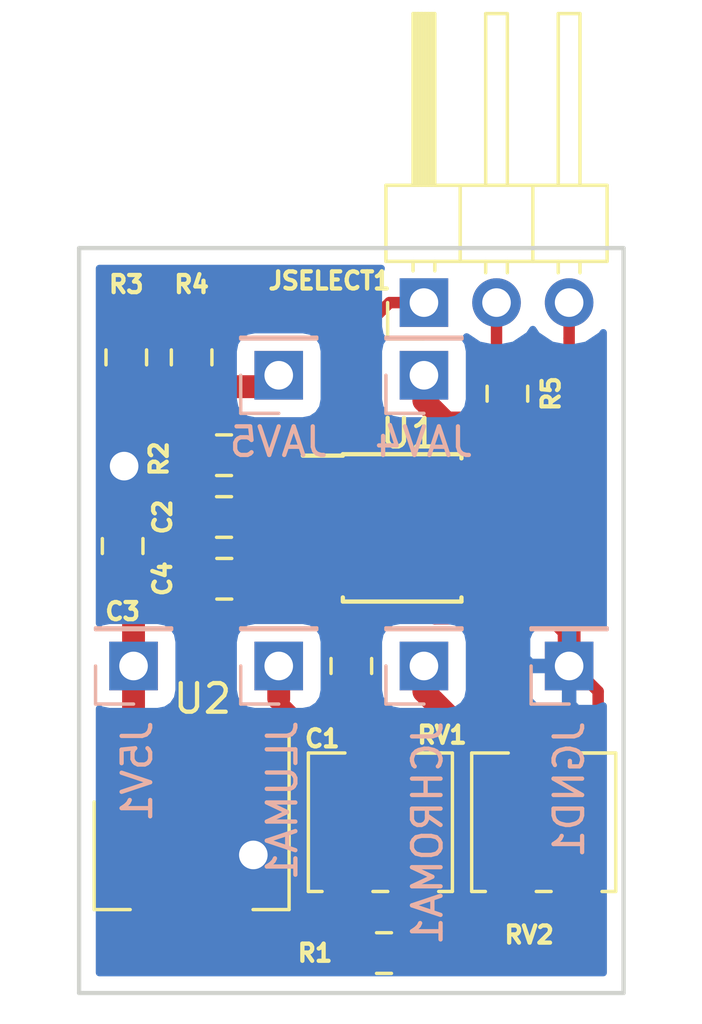
<source format=kicad_pcb>
(kicad_pcb (version 20171130) (host pcbnew "(5.0.0)")

  (general
    (thickness 1.6)
    (drawings 4)
    (tracks 105)
    (zones 0)
    (modules 20)
    (nets 18)
  )

  (page A4)
  (layers
    (0 F.Cu signal)
    (31 B.Cu signal)
    (32 B.Adhes user)
    (33 F.Adhes user)
    (34 B.Paste user)
    (35 F.Paste user)
    (36 B.SilkS user)
    (37 F.SilkS user)
    (38 B.Mask user)
    (39 F.Mask user)
    (40 Dwgs.User user)
    (41 Cmts.User user)
    (42 Eco1.User user)
    (43 Eco2.User user)
    (44 Edge.Cuts user)
    (45 Margin user)
    (46 B.CrtYd user)
    (47 F.CrtYd user)
    (48 B.Fab user)
    (49 F.Fab user)
  )

  (setup
    (last_trace_width 0.4)
    (trace_clearance 0.6)
    (zone_clearance 0.508)
    (zone_45_only no)
    (trace_min 0.4)
    (segment_width 0.2)
    (edge_width 0.15)
    (via_size 1.8)
    (via_drill 1)
    (via_min_size 0.4)
    (via_min_drill 0.3)
    (uvia_size 0.3)
    (uvia_drill 0.1)
    (uvias_allowed no)
    (uvia_min_size 0.2)
    (uvia_min_drill 0.1)
    (pcb_text_width 0.3)
    (pcb_text_size 1.5 1.5)
    (mod_edge_width 0.15)
    (mod_text_size 1 1)
    (mod_text_width 0.15)
    (pad_size 1.7 1.7)
    (pad_drill 1)
    (pad_to_mask_clearance 0.2)
    (aux_axis_origin 0 0)
    (visible_elements 7FFFFFFF)
    (pcbplotparams
      (layerselection 0x010fc_ffffffff)
      (usegerberextensions false)
      (usegerberattributes false)
      (usegerberadvancedattributes false)
      (creategerberjobfile false)
      (excludeedgelayer true)
      (linewidth 0.100000)
      (plotframeref false)
      (viasonmask false)
      (mode 1)
      (useauxorigin false)
      (hpglpennumber 1)
      (hpglpenspeed 20)
      (hpglpendiameter 15.000000)
      (psnegative false)
      (psa4output false)
      (plotreference true)
      (plotvalue true)
      (plotinvisibletext false)
      (padsonsilk false)
      (subtractmaskfromsilk false)
      (outputformat 1)
      (mirror false)
      (drillshape 1)
      (scaleselection 1)
      (outputdirectory ""))
  )

  (net 0 "")
  (net 1 "Net-(C1-Pad1)")
  (net 2 "Net-(C1-Pad2)")
  (net 3 "Net-(C2-Pad2)")
  (net 4 "Net-(C2-Pad1)")
  (net 5 +5V)
  (net 6 GND)
  (net 7 +3V3)
  (net 8 "Net-(JAV4-Pad1)")
  (net 9 "Net-(JAV5-Pad1)")
  (net 10 "Net-(JCHROMA1-Pad1)")
  (net 11 "Net-(JLUMA1-Pad1)")
  (net 12 "Net-(R1-Pad2)")
  (net 13 /LUMA)
  (net 14 /CHROMA)
  (net 15 /COMPOSITE)
  (net 16 "Net-(RV2-Pad2)")
  (net 17 "Net-(JSELECT1-Pad2)")

  (net_class Default "Dies ist die voreingestellte Netzklasse."
    (clearance 0.6)
    (trace_width 0.4)
    (via_dia 1.8)
    (via_drill 1)
    (uvia_dia 0.3)
    (uvia_drill 0.1)
    (diff_pair_gap 0.5)
    (diff_pair_width 0.4)
    (add_net +3V3)
    (add_net +5V)
    (add_net /CHROMA)
    (add_net /COMPOSITE)
    (add_net /LUMA)
    (add_net GND)
    (add_net "Net-(C1-Pad1)")
    (add_net "Net-(C1-Pad2)")
    (add_net "Net-(C2-Pad1)")
    (add_net "Net-(C2-Pad2)")
    (add_net "Net-(JAV4-Pad1)")
    (add_net "Net-(JAV5-Pad1)")
    (add_net "Net-(JCHROMA1-Pad1)")
    (add_net "Net-(JLUMA1-Pad1)")
    (add_net "Net-(JSELECT1-Pad2)")
    (add_net "Net-(R1-Pad2)")
    (add_net "Net-(RV2-Pad2)")
  )

  (module Package_SO:SOIC-8_3.9x4.9mm_P1.27mm (layer F.Cu) (tedit 5A02F2D3) (tstamp 61FDE10B)
    (at 151.638 117.094)
    (descr "8-Lead Plastic Small Outline (SN) - Narrow, 3.90 mm Body [SOIC] (see Microchip Packaging Specification 00000049BS.pdf)")
    (tags "SOIC 1.27")
    (path /61F120EC)
    (attr smd)
    (fp_text reference U1 (at 0.254 -3.302) (layer F.SilkS)
      (effects (font (size 1 1) (thickness 0.15)))
    )
    (fp_text value THS7316 (at 0 3.5) (layer F.Fab)
      (effects (font (size 1 1) (thickness 0.15)))
    )
    (fp_text user %R (at 0 0) (layer F.Fab)
      (effects (font (size 1 1) (thickness 0.15)))
    )
    (fp_line (start -0.95 -2.45) (end 1.95 -2.45) (layer F.Fab) (width 0.1))
    (fp_line (start 1.95 -2.45) (end 1.95 2.45) (layer F.Fab) (width 0.1))
    (fp_line (start 1.95 2.45) (end -1.95 2.45) (layer F.Fab) (width 0.1))
    (fp_line (start -1.95 2.45) (end -1.95 -1.45) (layer F.Fab) (width 0.1))
    (fp_line (start -1.95 -1.45) (end -0.95 -2.45) (layer F.Fab) (width 0.1))
    (fp_line (start -3.73 -2.7) (end -3.73 2.7) (layer F.CrtYd) (width 0.05))
    (fp_line (start 3.73 -2.7) (end 3.73 2.7) (layer F.CrtYd) (width 0.05))
    (fp_line (start -3.73 -2.7) (end 3.73 -2.7) (layer F.CrtYd) (width 0.05))
    (fp_line (start -3.73 2.7) (end 3.73 2.7) (layer F.CrtYd) (width 0.05))
    (fp_line (start -2.075 -2.575) (end -2.075 -2.525) (layer F.SilkS) (width 0.15))
    (fp_line (start 2.075 -2.575) (end 2.075 -2.43) (layer F.SilkS) (width 0.15))
    (fp_line (start 2.075 2.575) (end 2.075 2.43) (layer F.SilkS) (width 0.15))
    (fp_line (start -2.075 2.575) (end -2.075 2.43) (layer F.SilkS) (width 0.15))
    (fp_line (start -2.075 -2.575) (end 2.075 -2.575) (layer F.SilkS) (width 0.15))
    (fp_line (start -2.075 2.575) (end 2.075 2.575) (layer F.SilkS) (width 0.15))
    (fp_line (start -2.075 -2.525) (end -3.475 -2.525) (layer F.SilkS) (width 0.15))
    (pad 1 smd rect (at -2.7 -1.905) (size 1.55 0.6) (layers F.Cu F.Paste F.Mask)
      (net 16 "Net-(RV2-Pad2)"))
    (pad 2 smd rect (at -2.7 -0.635) (size 1.55 0.6) (layers F.Cu F.Paste F.Mask)
      (net 3 "Net-(C2-Pad2)"))
    (pad 3 smd rect (at -2.7 0.635) (size 1.55 0.6) (layers F.Cu F.Paste F.Mask)
      (net 1 "Net-(C1-Pad1)"))
    (pad 4 smd rect (at -2.7 1.905) (size 1.55 0.6) (layers F.Cu F.Paste F.Mask)
      (net 7 +3V3))
    (pad 5 smd rect (at 2.7 1.905) (size 1.55 0.6) (layers F.Cu F.Paste F.Mask)
      (net 6 GND))
    (pad 6 smd rect (at 2.7 0.635) (size 1.55 0.6) (layers F.Cu F.Paste F.Mask)
      (net 13 /LUMA))
    (pad 7 smd rect (at 2.7 -0.635) (size 1.55 0.6) (layers F.Cu F.Paste F.Mask)
      (net 15 /COMPOSITE))
    (pad 8 smd rect (at 2.7 -1.905) (size 1.55 0.6) (layers F.Cu F.Paste F.Mask)
      (net 14 /CHROMA))
    (model ${KISYS3DMOD}/Package_SO.3dshapes/SOIC-8_3.9x4.9mm_P1.27mm.wrl
      (at (xyz 0 0 0))
      (scale (xyz 1 1 1))
      (rotate (xyz 0 0 0))
    )
  )

  (module Capacitor_SMD:C_0805_2012Metric_Pad1.15x1.40mm_HandSolder (layer F.Cu) (tedit 61F5979D) (tstamp 61FD8886)
    (at 149.86 121.92 270)
    (descr "Capacitor SMD 0805 (2012 Metric), square (rectangular) end terminal, IPC_7351 nominal with elongated pad for handsoldering. (Body size source: https://docs.google.com/spreadsheets/d/1BsfQQcO9C6DZCsRaXUlFlo91Tg2WpOkGARC1WS5S8t0/edit?usp=sharing), generated with kicad-footprint-generator")
    (tags "capacitor handsolder")
    (path /61F16322)
    (attr smd)
    (fp_text reference C1 (at 2.54 1.016) (layer F.SilkS)
      (effects (font (size 0.6 0.6) (thickness 0.15)))
    )
    (fp_text value 100nF (at 0 1.65 270) (layer F.Fab)
      (effects (font (size 1 1) (thickness 0.15)))
    )
    (fp_line (start -1 0.6) (end -1 -0.6) (layer F.Fab) (width 0.1))
    (fp_line (start -1 -0.6) (end 1 -0.6) (layer F.Fab) (width 0.1))
    (fp_line (start 1 -0.6) (end 1 0.6) (layer F.Fab) (width 0.1))
    (fp_line (start 1 0.6) (end -1 0.6) (layer F.Fab) (width 0.1))
    (fp_line (start -0.261252 -0.71) (end 0.261252 -0.71) (layer F.SilkS) (width 0.12))
    (fp_line (start -0.261252 0.71) (end 0.261252 0.71) (layer F.SilkS) (width 0.12))
    (fp_line (start -1.85 0.95) (end -1.85 -0.95) (layer F.CrtYd) (width 0.05))
    (fp_line (start -1.85 -0.95) (end 1.85 -0.95) (layer F.CrtYd) (width 0.05))
    (fp_line (start 1.85 -0.95) (end 1.85 0.95) (layer F.CrtYd) (width 0.05))
    (fp_line (start 1.85 0.95) (end -1.85 0.95) (layer F.CrtYd) (width 0.05))
    (fp_text user %R (at 0 0 270) (layer F.Fab)
      (effects (font (size 0.5 0.5) (thickness 0.08)))
    )
    (pad 1 smd roundrect (at -1.025 0 270) (size 1.15 1.4) (layers F.Cu F.Paste F.Mask) (roundrect_rratio 0.217391)
      (net 1 "Net-(C1-Pad1)"))
    (pad 2 smd roundrect (at 1.025 0 270) (size 1.15 1.4) (layers F.Cu F.Paste F.Mask) (roundrect_rratio 0.217391)
      (net 2 "Net-(C1-Pad2)"))
    (model ${KISYS3DMOD}/Capacitor_SMD.3dshapes/C_0805_2012Metric.wrl
      (at (xyz 0 0 0))
      (scale (xyz 1 1 1))
      (rotate (xyz 0 0 0))
    )
  )

  (module Capacitor_SMD:C_0805_2012Metric_Pad1.15x1.40mm_HandSolder (layer F.Cu) (tedit 61F1A324) (tstamp 61FD87F6)
    (at 145.406 116.713)
    (descr "Capacitor SMD 0805 (2012 Metric), square (rectangular) end terminal, IPC_7351 nominal with elongated pad for handsoldering. (Body size source: https://docs.google.com/spreadsheets/d/1BsfQQcO9C6DZCsRaXUlFlo91Tg2WpOkGARC1WS5S8t0/edit?usp=sharing), generated with kicad-footprint-generator")
    (tags "capacitor handsolder")
    (path /61F1B1EA)
    (attr smd)
    (fp_text reference C2 (at -2.15 0 90) (layer F.SilkS)
      (effects (font (size 0.6 0.6) (thickness 0.15)))
    )
    (fp_text value 100nF (at 0 1.65) (layer F.Fab)
      (effects (font (size 1 1) (thickness 0.15)))
    )
    (fp_text user %R (at 0 0) (layer F.Fab)
      (effects (font (size 0.5 0.5) (thickness 0.08)))
    )
    (fp_line (start 1.85 0.95) (end -1.85 0.95) (layer F.CrtYd) (width 0.05))
    (fp_line (start 1.85 -0.95) (end 1.85 0.95) (layer F.CrtYd) (width 0.05))
    (fp_line (start -1.85 -0.95) (end 1.85 -0.95) (layer F.CrtYd) (width 0.05))
    (fp_line (start -1.85 0.95) (end -1.85 -0.95) (layer F.CrtYd) (width 0.05))
    (fp_line (start -0.261252 0.71) (end 0.261252 0.71) (layer F.SilkS) (width 0.12))
    (fp_line (start -0.261252 -0.71) (end 0.261252 -0.71) (layer F.SilkS) (width 0.12))
    (fp_line (start 1 0.6) (end -1 0.6) (layer F.Fab) (width 0.1))
    (fp_line (start 1 -0.6) (end 1 0.6) (layer F.Fab) (width 0.1))
    (fp_line (start -1 -0.6) (end 1 -0.6) (layer F.Fab) (width 0.1))
    (fp_line (start -1 0.6) (end -1 -0.6) (layer F.Fab) (width 0.1))
    (pad 2 smd roundrect (at 1.025 0) (size 1.15 1.4) (layers F.Cu F.Paste F.Mask) (roundrect_rratio 0.217391)
      (net 3 "Net-(C2-Pad2)"))
    (pad 1 smd roundrect (at -1.025 0) (size 1.15 1.4) (layers F.Cu F.Paste F.Mask) (roundrect_rratio 0.217391)
      (net 4 "Net-(C2-Pad1)"))
    (model ${KISYS3DMOD}/Capacitor_SMD.3dshapes/C_0805_2012Metric.wrl
      (at (xyz 0 0 0))
      (scale (xyz 1 1 1))
      (rotate (xyz 0 0 0))
    )
  )

  (module Capacitor_SMD:C_0805_2012Metric_Pad1.15x1.40mm_HandSolder (layer F.Cu) (tedit 61F59710) (tstamp 61FD87C6)
    (at 141.859 117.729 90)
    (descr "Capacitor SMD 0805 (2012 Metric), square (rectangular) end terminal, IPC_7351 nominal with elongated pad for handsoldering. (Body size source: https://docs.google.com/spreadsheets/d/1BsfQQcO9C6DZCsRaXUlFlo91Tg2WpOkGARC1WS5S8t0/edit?usp=sharing), generated with kicad-footprint-generator")
    (tags "capacitor handsolder")
    (path /61F20336)
    (attr smd)
    (fp_text reference C3 (at -2.286 0 180) (layer F.SilkS)
      (effects (font (size 0.6 0.6) (thickness 0.15)))
    )
    (fp_text value 1uF (at 0 1.65 90) (layer F.Fab)
      (effects (font (size 1 1) (thickness 0.15)))
    )
    (fp_line (start -1 0.6) (end -1 -0.6) (layer F.Fab) (width 0.1))
    (fp_line (start -1 -0.6) (end 1 -0.6) (layer F.Fab) (width 0.1))
    (fp_line (start 1 -0.6) (end 1 0.6) (layer F.Fab) (width 0.1))
    (fp_line (start 1 0.6) (end -1 0.6) (layer F.Fab) (width 0.1))
    (fp_line (start -0.261252 -0.71) (end 0.261252 -0.71) (layer F.SilkS) (width 0.12))
    (fp_line (start -0.261252 0.71) (end 0.261252 0.71) (layer F.SilkS) (width 0.12))
    (fp_line (start -1.85 0.95) (end -1.85 -0.95) (layer F.CrtYd) (width 0.05))
    (fp_line (start -1.85 -0.95) (end 1.85 -0.95) (layer F.CrtYd) (width 0.05))
    (fp_line (start 1.85 -0.95) (end 1.85 0.95) (layer F.CrtYd) (width 0.05))
    (fp_line (start 1.85 0.95) (end -1.85 0.95) (layer F.CrtYd) (width 0.05))
    (fp_text user %R (at 0 0 90) (layer F.Fab)
      (effects (font (size 0.5 0.5) (thickness 0.08)))
    )
    (pad 1 smd roundrect (at -1.025 0 90) (size 1.15 1.4) (layers F.Cu F.Paste F.Mask) (roundrect_rratio 0.217391)
      (net 5 +5V))
    (pad 2 smd roundrect (at 1.025 0 90) (size 1.15 1.4) (layers F.Cu F.Paste F.Mask) (roundrect_rratio 0.217391)
      (net 6 GND))
    (model ${KISYS3DMOD}/Capacitor_SMD.3dshapes/C_0805_2012Metric.wrl
      (at (xyz 0 0 0))
      (scale (xyz 1 1 1))
      (rotate (xyz 0 0 0))
    )
  )

  (module Capacitor_SMD:C_0805_2012Metric_Pad1.15x1.40mm_HandSolder (layer F.Cu) (tedit 61F1A32E) (tstamp 61FD8856)
    (at 145.415 118.872 180)
    (descr "Capacitor SMD 0805 (2012 Metric), square (rectangular) end terminal, IPC_7351 nominal with elongated pad for handsoldering. (Body size source: https://docs.google.com/spreadsheets/d/1BsfQQcO9C6DZCsRaXUlFlo91Tg2WpOkGARC1WS5S8t0/edit?usp=sharing), generated with kicad-footprint-generator")
    (tags "capacitor handsolder")
    (path /61F20F7B)
    (attr smd)
    (fp_text reference C4 (at 2.159 0 270) (layer F.SilkS)
      (effects (font (size 0.6 0.6) (thickness 0.15)))
    )
    (fp_text value 1uF (at 0 1.65 180) (layer F.Fab)
      (effects (font (size 1 1) (thickness 0.15)))
    )
    (fp_text user %R (at 0 0 180) (layer F.Fab)
      (effects (font (size 0.5 0.5) (thickness 0.08)))
    )
    (fp_line (start 1.85 0.95) (end -1.85 0.95) (layer F.CrtYd) (width 0.05))
    (fp_line (start 1.85 -0.95) (end 1.85 0.95) (layer F.CrtYd) (width 0.05))
    (fp_line (start -1.85 -0.95) (end 1.85 -0.95) (layer F.CrtYd) (width 0.05))
    (fp_line (start -1.85 0.95) (end -1.85 -0.95) (layer F.CrtYd) (width 0.05))
    (fp_line (start -0.261252 0.71) (end 0.261252 0.71) (layer F.SilkS) (width 0.12))
    (fp_line (start -0.261252 -0.71) (end 0.261252 -0.71) (layer F.SilkS) (width 0.12))
    (fp_line (start 1 0.6) (end -1 0.6) (layer F.Fab) (width 0.1))
    (fp_line (start 1 -0.6) (end 1 0.6) (layer F.Fab) (width 0.1))
    (fp_line (start -1 -0.6) (end 1 -0.6) (layer F.Fab) (width 0.1))
    (fp_line (start -1 0.6) (end -1 -0.6) (layer F.Fab) (width 0.1))
    (pad 2 smd roundrect (at 1.025 0 180) (size 1.15 1.4) (layers F.Cu F.Paste F.Mask) (roundrect_rratio 0.217391)
      (net 6 GND))
    (pad 1 smd roundrect (at -1.025 0 180) (size 1.15 1.4) (layers F.Cu F.Paste F.Mask) (roundrect_rratio 0.217391)
      (net 7 +3V3))
    (model ${KISYS3DMOD}/Capacitor_SMD.3dshapes/C_0805_2012Metric.wrl
      (at (xyz 0 0 0))
      (scale (xyz 1 1 1))
      (rotate (xyz 0 0 0))
    )
  )

  (module Connector_PinHeader_2.54mm:PinHeader_1x01_P2.54mm_Vertical (layer B.Cu) (tedit 59FED5CC) (tstamp 61FD7FEA)
    (at 142.24 121.92)
    (descr "Through hole straight pin header, 1x01, 2.54mm pitch, single row")
    (tags "Through hole pin header THT 1x01 2.54mm single row")
    (path /61F12290)
    (fp_text reference J5V1 (at 0.127 3.683 90) (layer B.SilkS)
      (effects (font (size 1 1) (thickness 0.15)) (justify mirror))
    )
    (fp_text value Conn_01x01 (at 0 -2.33) (layer B.Fab)
      (effects (font (size 1 1) (thickness 0.15)) (justify mirror))
    )
    (fp_text user %R (at 0.127 3.556 -90) (layer B.Fab)
      (effects (font (size 1 1) (thickness 0.15)) (justify mirror))
    )
    (fp_line (start 1.8 1.8) (end -1.8 1.8) (layer B.CrtYd) (width 0.05))
    (fp_line (start 1.8 -1.8) (end 1.8 1.8) (layer B.CrtYd) (width 0.05))
    (fp_line (start -1.8 -1.8) (end 1.8 -1.8) (layer B.CrtYd) (width 0.05))
    (fp_line (start -1.8 1.8) (end -1.8 -1.8) (layer B.CrtYd) (width 0.05))
    (fp_line (start -1.33 1.33) (end 0 1.33) (layer B.SilkS) (width 0.12))
    (fp_line (start -1.33 0) (end -1.33 1.33) (layer B.SilkS) (width 0.12))
    (fp_line (start -1.33 -1.27) (end 1.33 -1.27) (layer B.SilkS) (width 0.12))
    (fp_line (start 1.33 -1.27) (end 1.33 -1.33) (layer B.SilkS) (width 0.12))
    (fp_line (start -1.33 -1.27) (end -1.33 -1.33) (layer B.SilkS) (width 0.12))
    (fp_line (start -1.33 -1.33) (end 1.33 -1.33) (layer B.SilkS) (width 0.12))
    (fp_line (start -1.27 0.635) (end -0.635 1.27) (layer B.Fab) (width 0.1))
    (fp_line (start -1.27 -1.27) (end -1.27 0.635) (layer B.Fab) (width 0.1))
    (fp_line (start 1.27 -1.27) (end -1.27 -1.27) (layer B.Fab) (width 0.1))
    (fp_line (start 1.27 1.27) (end 1.27 -1.27) (layer B.Fab) (width 0.1))
    (fp_line (start -0.635 1.27) (end 1.27 1.27) (layer B.Fab) (width 0.1))
    (pad 1 thru_hole rect (at 0 0) (size 1.7 1.7) (drill 1) (layers *.Cu *.Mask)
      (net 5 +5V))
    (model ${KISYS3DMOD}/Connector_PinHeader_2.54mm.3dshapes/PinHeader_1x01_P2.54mm_Vertical.wrl
      (at (xyz 0 0 0))
      (scale (xyz 1 1 1))
      (rotate (xyz 0 0 0))
    )
  )

  (module Connector_PinHeader_2.54mm:PinHeader_1x01_P2.54mm_Vertical (layer B.Cu) (tedit 59FED5CC) (tstamp 61FDD6D9)
    (at 152.4 111.76)
    (descr "Through hole straight pin header, 1x01, 2.54mm pitch, single row")
    (tags "Through hole pin header THT 1x01 2.54mm single row")
    (path /61F127BE)
    (fp_text reference JAV4 (at 0 2.33) (layer B.SilkS)
      (effects (font (size 1 1) (thickness 0.15)) (justify mirror))
    )
    (fp_text value Conn_01x01 (at 0 -2.33) (layer B.Fab)
      (effects (font (size 1 1) (thickness 0.15)) (justify mirror))
    )
    (fp_text user %R (at 0 0 -90) (layer B.Fab)
      (effects (font (size 1 1) (thickness 0.15)) (justify mirror))
    )
    (fp_line (start 1.8 1.8) (end -1.8 1.8) (layer B.CrtYd) (width 0.05))
    (fp_line (start 1.8 -1.8) (end 1.8 1.8) (layer B.CrtYd) (width 0.05))
    (fp_line (start -1.8 -1.8) (end 1.8 -1.8) (layer B.CrtYd) (width 0.05))
    (fp_line (start -1.8 1.8) (end -1.8 -1.8) (layer B.CrtYd) (width 0.05))
    (fp_line (start -1.33 1.33) (end 0 1.33) (layer B.SilkS) (width 0.12))
    (fp_line (start -1.33 0) (end -1.33 1.33) (layer B.SilkS) (width 0.12))
    (fp_line (start -1.33 -1.27) (end 1.33 -1.27) (layer B.SilkS) (width 0.12))
    (fp_line (start 1.33 -1.27) (end 1.33 -1.33) (layer B.SilkS) (width 0.12))
    (fp_line (start -1.33 -1.27) (end -1.33 -1.33) (layer B.SilkS) (width 0.12))
    (fp_line (start -1.33 -1.33) (end 1.33 -1.33) (layer B.SilkS) (width 0.12))
    (fp_line (start -1.27 0.635) (end -0.635 1.27) (layer B.Fab) (width 0.1))
    (fp_line (start -1.27 -1.27) (end -1.27 0.635) (layer B.Fab) (width 0.1))
    (fp_line (start 1.27 -1.27) (end -1.27 -1.27) (layer B.Fab) (width 0.1))
    (fp_line (start 1.27 1.27) (end 1.27 -1.27) (layer B.Fab) (width 0.1))
    (fp_line (start -0.635 1.27) (end 1.27 1.27) (layer B.Fab) (width 0.1))
    (pad 1 thru_hole rect (at 0 0) (size 1.7 1.7) (drill 1) (layers *.Cu *.Mask)
      (net 8 "Net-(JAV4-Pad1)"))
    (model ${KISYS3DMOD}/Connector_PinHeader_2.54mm.3dshapes/PinHeader_1x01_P2.54mm_Vertical.wrl
      (at (xyz 0 0 0))
      (scale (xyz 1 1 1))
      (rotate (xyz 0 0 0))
    )
  )

  (module Connector_PinHeader_2.54mm:PinHeader_1x01_P2.54mm_Vertical (layer B.Cu) (tedit 59FED5CC) (tstamp 61FD7BE2)
    (at 147.32 111.76)
    (descr "Through hole straight pin header, 1x01, 2.54mm pitch, single row")
    (tags "Through hole pin header THT 1x01 2.54mm single row")
    (path /61F12789)
    (fp_text reference JAV5 (at 0 2.33) (layer B.SilkS)
      (effects (font (size 1 1) (thickness 0.15)) (justify mirror))
    )
    (fp_text value Conn_01x01 (at 0 -2.33) (layer B.Fab)
      (effects (font (size 1 1) (thickness 0.15)) (justify mirror))
    )
    (fp_line (start -0.635 1.27) (end 1.27 1.27) (layer B.Fab) (width 0.1))
    (fp_line (start 1.27 1.27) (end 1.27 -1.27) (layer B.Fab) (width 0.1))
    (fp_line (start 1.27 -1.27) (end -1.27 -1.27) (layer B.Fab) (width 0.1))
    (fp_line (start -1.27 -1.27) (end -1.27 0.635) (layer B.Fab) (width 0.1))
    (fp_line (start -1.27 0.635) (end -0.635 1.27) (layer B.Fab) (width 0.1))
    (fp_line (start -1.33 -1.33) (end 1.33 -1.33) (layer B.SilkS) (width 0.12))
    (fp_line (start -1.33 -1.27) (end -1.33 -1.33) (layer B.SilkS) (width 0.12))
    (fp_line (start 1.33 -1.27) (end 1.33 -1.33) (layer B.SilkS) (width 0.12))
    (fp_line (start -1.33 -1.27) (end 1.33 -1.27) (layer B.SilkS) (width 0.12))
    (fp_line (start -1.33 0) (end -1.33 1.33) (layer B.SilkS) (width 0.12))
    (fp_line (start -1.33 1.33) (end 0 1.33) (layer B.SilkS) (width 0.12))
    (fp_line (start -1.8 1.8) (end -1.8 -1.8) (layer B.CrtYd) (width 0.05))
    (fp_line (start -1.8 -1.8) (end 1.8 -1.8) (layer B.CrtYd) (width 0.05))
    (fp_line (start 1.8 -1.8) (end 1.8 1.8) (layer B.CrtYd) (width 0.05))
    (fp_line (start 1.8 1.8) (end -1.8 1.8) (layer B.CrtYd) (width 0.05))
    (fp_text user %R (at 0 0 -90) (layer B.Fab)
      (effects (font (size 1 1) (thickness 0.15)) (justify mirror))
    )
    (pad 1 thru_hole rect (at 0 0) (size 1.7 1.7) (drill 1) (layers *.Cu *.Mask)
      (net 9 "Net-(JAV5-Pad1)"))
    (model ${KISYS3DMOD}/Connector_PinHeader_2.54mm.3dshapes/PinHeader_1x01_P2.54mm_Vertical.wrl
      (at (xyz 0 0 0))
      (scale (xyz 1 1 1))
      (rotate (xyz 0 0 0))
    )
  )

  (module Connector_PinHeader_2.54mm:PinHeader_1x01_P2.54mm_Vertical (layer B.Cu) (tedit 59FED5CC) (tstamp 61FD7C5A)
    (at 152.4 121.92)
    (descr "Through hole straight pin header, 1x01, 2.54mm pitch, single row")
    (tags "Through hole pin header THT 1x01 2.54mm single row")
    (path /61F12219)
    (fp_text reference JCHROMA1 (at 0.127 5.842 90) (layer B.SilkS)
      (effects (font (size 1 1) (thickness 0.15)) (justify mirror))
    )
    (fp_text value Conn_01x01 (at 0 -2.33) (layer B.Fab)
      (effects (font (size 1 1) (thickness 0.15)) (justify mirror))
    )
    (fp_text user %R (at 0 5.715 -90) (layer B.Fab)
      (effects (font (size 1 1) (thickness 0.15)) (justify mirror))
    )
    (fp_line (start 1.8 1.8) (end -1.8 1.8) (layer B.CrtYd) (width 0.05))
    (fp_line (start 1.8 -1.8) (end 1.8 1.8) (layer B.CrtYd) (width 0.05))
    (fp_line (start -1.8 -1.8) (end 1.8 -1.8) (layer B.CrtYd) (width 0.05))
    (fp_line (start -1.8 1.8) (end -1.8 -1.8) (layer B.CrtYd) (width 0.05))
    (fp_line (start -1.33 1.33) (end 0 1.33) (layer B.SilkS) (width 0.12))
    (fp_line (start -1.33 0) (end -1.33 1.33) (layer B.SilkS) (width 0.12))
    (fp_line (start -1.33 -1.27) (end 1.33 -1.27) (layer B.SilkS) (width 0.12))
    (fp_line (start 1.33 -1.27) (end 1.33 -1.33) (layer B.SilkS) (width 0.12))
    (fp_line (start -1.33 -1.27) (end -1.33 -1.33) (layer B.SilkS) (width 0.12))
    (fp_line (start -1.33 -1.33) (end 1.33 -1.33) (layer B.SilkS) (width 0.12))
    (fp_line (start -1.27 0.635) (end -0.635 1.27) (layer B.Fab) (width 0.1))
    (fp_line (start -1.27 -1.27) (end -1.27 0.635) (layer B.Fab) (width 0.1))
    (fp_line (start 1.27 -1.27) (end -1.27 -1.27) (layer B.Fab) (width 0.1))
    (fp_line (start 1.27 1.27) (end 1.27 -1.27) (layer B.Fab) (width 0.1))
    (fp_line (start -0.635 1.27) (end 1.27 1.27) (layer B.Fab) (width 0.1))
    (pad 1 thru_hole rect (at 0 0) (size 1.7 1.7) (drill 1) (layers *.Cu *.Mask)
      (net 10 "Net-(JCHROMA1-Pad1)"))
    (model ${KISYS3DMOD}/Connector_PinHeader_2.54mm.3dshapes/PinHeader_1x01_P2.54mm_Vertical.wrl
      (at (xyz 0 0 0))
      (scale (xyz 1 1 1))
      (rotate (xyz 0 0 0))
    )
  )

  (module Connector_PinHeader_2.54mm:PinHeader_1x01_P2.54mm_Vertical (layer B.Cu) (tedit 59FED5CC) (tstamp 61FDF1D5)
    (at 157.48 121.92)
    (descr "Through hole straight pin header, 1x01, 2.54mm pitch, single row")
    (tags "Through hole pin header THT 1x01 2.54mm single row")
    (path /61F121D6)
    (fp_text reference JGND1 (at 0 4.318 90) (layer B.SilkS)
      (effects (font (size 1 1) (thickness 0.15)) (justify mirror))
    )
    (fp_text value Conn_01x01 (at 0 -2.33) (layer B.Fab)
      (effects (font (size 1 1) (thickness 0.15)) (justify mirror))
    )
    (fp_line (start -0.635 1.27) (end 1.27 1.27) (layer B.Fab) (width 0.1))
    (fp_line (start 1.27 1.27) (end 1.27 -1.27) (layer B.Fab) (width 0.1))
    (fp_line (start 1.27 -1.27) (end -1.27 -1.27) (layer B.Fab) (width 0.1))
    (fp_line (start -1.27 -1.27) (end -1.27 0.635) (layer B.Fab) (width 0.1))
    (fp_line (start -1.27 0.635) (end -0.635 1.27) (layer B.Fab) (width 0.1))
    (fp_line (start -1.33 -1.33) (end 1.33 -1.33) (layer B.SilkS) (width 0.12))
    (fp_line (start -1.33 -1.27) (end -1.33 -1.33) (layer B.SilkS) (width 0.12))
    (fp_line (start 1.33 -1.27) (end 1.33 -1.33) (layer B.SilkS) (width 0.12))
    (fp_line (start -1.33 -1.27) (end 1.33 -1.27) (layer B.SilkS) (width 0.12))
    (fp_line (start -1.33 0) (end -1.33 1.33) (layer B.SilkS) (width 0.12))
    (fp_line (start -1.33 1.33) (end 0 1.33) (layer B.SilkS) (width 0.12))
    (fp_line (start -1.8 1.8) (end -1.8 -1.8) (layer B.CrtYd) (width 0.05))
    (fp_line (start -1.8 -1.8) (end 1.8 -1.8) (layer B.CrtYd) (width 0.05))
    (fp_line (start 1.8 -1.8) (end 1.8 1.8) (layer B.CrtYd) (width 0.05))
    (fp_line (start 1.8 1.8) (end -1.8 1.8) (layer B.CrtYd) (width 0.05))
    (fp_text user %R (at -0.127 4.318 -90) (layer B.Fab)
      (effects (font (size 1 1) (thickness 0.15)) (justify mirror))
    )
    (pad 1 thru_hole rect (at 0 0) (size 1.7 1.7) (drill 1) (layers *.Cu *.Mask)
      (net 6 GND))
    (model ${KISYS3DMOD}/Connector_PinHeader_2.54mm.3dshapes/PinHeader_1x01_P2.54mm_Vertical.wrl
      (at (xyz 0 0 0))
      (scale (xyz 1 1 1))
      (rotate (xyz 0 0 0))
    )
  )

  (module Connector_PinHeader_2.54mm:PinHeader_1x01_P2.54mm_Vertical (layer B.Cu) (tedit 59FED5CC) (tstamp 61FDF23B)
    (at 147.32 121.92)
    (descr "Through hole straight pin header, 1x01, 2.54mm pitch, single row")
    (tags "Through hole pin header THT 1x01 2.54mm single row")
    (path /61F1224F)
    (fp_text reference JLUMA1 (at 0.127 4.699 90) (layer B.SilkS)
      (effects (font (size 1 1) (thickness 0.15)) (justify mirror))
    )
    (fp_text value Conn_01x01 (at 0 -2.33) (layer B.Fab)
      (effects (font (size 1 1) (thickness 0.15)) (justify mirror))
    )
    (fp_line (start -0.635 1.27) (end 1.27 1.27) (layer B.Fab) (width 0.1))
    (fp_line (start 1.27 1.27) (end 1.27 -1.27) (layer B.Fab) (width 0.1))
    (fp_line (start 1.27 -1.27) (end -1.27 -1.27) (layer B.Fab) (width 0.1))
    (fp_line (start -1.27 -1.27) (end -1.27 0.635) (layer B.Fab) (width 0.1))
    (fp_line (start -1.27 0.635) (end -0.635 1.27) (layer B.Fab) (width 0.1))
    (fp_line (start -1.33 -1.33) (end 1.33 -1.33) (layer B.SilkS) (width 0.12))
    (fp_line (start -1.33 -1.27) (end -1.33 -1.33) (layer B.SilkS) (width 0.12))
    (fp_line (start 1.33 -1.27) (end 1.33 -1.33) (layer B.SilkS) (width 0.12))
    (fp_line (start -1.33 -1.27) (end 1.33 -1.27) (layer B.SilkS) (width 0.12))
    (fp_line (start -1.33 0) (end -1.33 1.33) (layer B.SilkS) (width 0.12))
    (fp_line (start -1.33 1.33) (end 0 1.33) (layer B.SilkS) (width 0.12))
    (fp_line (start -1.8 1.8) (end -1.8 -1.8) (layer B.CrtYd) (width 0.05))
    (fp_line (start -1.8 -1.8) (end 1.8 -1.8) (layer B.CrtYd) (width 0.05))
    (fp_line (start 1.8 -1.8) (end 1.8 1.8) (layer B.CrtYd) (width 0.05))
    (fp_line (start 1.8 1.8) (end -1.8 1.8) (layer B.CrtYd) (width 0.05))
    (fp_text user %R (at 0.508 4.572 -90) (layer B.Fab)
      (effects (font (size 1 1) (thickness 0.15)) (justify mirror))
    )
    (pad 1 thru_hole rect (at 0 0) (size 1.7 1.7) (drill 1) (layers *.Cu *.Mask)
      (net 11 "Net-(JLUMA1-Pad1)"))
    (model ${KISYS3DMOD}/Connector_PinHeader_2.54mm.3dshapes/PinHeader_1x01_P2.54mm_Vertical.wrl
      (at (xyz 0 0 0))
      (scale (xyz 1 1 1))
      (rotate (xyz 0 0 0))
    )
  )

  (module Resistor_SMD:R_0805_2012Metric_Pad1.15x1.40mm_HandSolder (layer F.Cu) (tedit 61F59734) (tstamp 61FD86B8)
    (at 151.003 131.953)
    (descr "Resistor SMD 0805 (2012 Metric), square (rectangular) end terminal, IPC_7351 nominal with elongated pad for handsoldering. (Body size source: https://docs.google.com/spreadsheets/d/1BsfQQcO9C6DZCsRaXUlFlo91Tg2WpOkGARC1WS5S8t0/edit?usp=sharing), generated with kicad-footprint-generator")
    (tags "resistor handsolder")
    (path /61F16B9C)
    (attr smd)
    (fp_text reference R1 (at -2.413 0) (layer F.SilkS)
      (effects (font (size 0.6 0.6) (thickness 0.15)))
    )
    (fp_text value 100 (at 0 1.65) (layer F.Fab)
      (effects (font (size 1 1) (thickness 0.15)))
    )
    (fp_line (start -1 0.6) (end -1 -0.6) (layer F.Fab) (width 0.1))
    (fp_line (start -1 -0.6) (end 1 -0.6) (layer F.Fab) (width 0.1))
    (fp_line (start 1 -0.6) (end 1 0.6) (layer F.Fab) (width 0.1))
    (fp_line (start 1 0.6) (end -1 0.6) (layer F.Fab) (width 0.1))
    (fp_line (start -0.261252 -0.71) (end 0.261252 -0.71) (layer F.SilkS) (width 0.12))
    (fp_line (start -0.261252 0.71) (end 0.261252 0.71) (layer F.SilkS) (width 0.12))
    (fp_line (start -1.85 0.95) (end -1.85 -0.95) (layer F.CrtYd) (width 0.05))
    (fp_line (start -1.85 -0.95) (end 1.85 -0.95) (layer F.CrtYd) (width 0.05))
    (fp_line (start 1.85 -0.95) (end 1.85 0.95) (layer F.CrtYd) (width 0.05))
    (fp_line (start 1.85 0.95) (end -1.85 0.95) (layer F.CrtYd) (width 0.05))
    (fp_text user %R (at 0 0) (layer F.Fab)
      (effects (font (size 0.5 0.5) (thickness 0.08)))
    )
    (pad 1 smd roundrect (at -1.025 0) (size 1.15 1.4) (layers F.Cu F.Paste F.Mask) (roundrect_rratio 0.217391)
      (net 7 +3V3))
    (pad 2 smd roundrect (at 1.025 0) (size 1.15 1.4) (layers F.Cu F.Paste F.Mask) (roundrect_rratio 0.217391)
      (net 12 "Net-(R1-Pad2)"))
    (model ${KISYS3DMOD}/Resistor_SMD.3dshapes/R_0805_2012Metric.wrl
      (at (xyz 0 0 0))
      (scale (xyz 1 1 1))
      (rotate (xyz 0 0 0))
    )
  )

  (module Resistor_SMD:R_0805_2012Metric_Pad1.15x1.40mm_HandSolder (layer F.Cu) (tedit 61F596E6) (tstamp 61FDB51C)
    (at 145.406 114.554)
    (descr "Resistor SMD 0805 (2012 Metric), square (rectangular) end terminal, IPC_7351 nominal with elongated pad for handsoldering. (Body size source: https://docs.google.com/spreadsheets/d/1BsfQQcO9C6DZCsRaXUlFlo91Tg2WpOkGARC1WS5S8t0/edit?usp=sharing), generated with kicad-footprint-generator")
    (tags "resistor handsolder")
    (path /61F17F2A)
    (attr smd)
    (fp_text reference R2 (at -2.277 0.127 90) (layer F.SilkS)
      (effects (font (size 0.6 0.6) (thickness 0.15)))
    )
    (fp_text value 1k (at 0 1.65) (layer F.Fab)
      (effects (font (size 1 1) (thickness 0.15)))
    )
    (fp_text user %R (at 0 0) (layer F.Fab)
      (effects (font (size 0.5 0.5) (thickness 0.08)))
    )
    (fp_line (start 1.85 0.95) (end -1.85 0.95) (layer F.CrtYd) (width 0.05))
    (fp_line (start 1.85 -0.95) (end 1.85 0.95) (layer F.CrtYd) (width 0.05))
    (fp_line (start -1.85 -0.95) (end 1.85 -0.95) (layer F.CrtYd) (width 0.05))
    (fp_line (start -1.85 0.95) (end -1.85 -0.95) (layer F.CrtYd) (width 0.05))
    (fp_line (start -0.261252 0.71) (end 0.261252 0.71) (layer F.SilkS) (width 0.12))
    (fp_line (start -0.261252 -0.71) (end 0.261252 -0.71) (layer F.SilkS) (width 0.12))
    (fp_line (start 1 0.6) (end -1 0.6) (layer F.Fab) (width 0.1))
    (fp_line (start 1 -0.6) (end 1 0.6) (layer F.Fab) (width 0.1))
    (fp_line (start -1 -0.6) (end 1 -0.6) (layer F.Fab) (width 0.1))
    (fp_line (start -1 0.6) (end -1 -0.6) (layer F.Fab) (width 0.1))
    (pad 2 smd roundrect (at 1.025 0) (size 1.15 1.4) (layers F.Cu F.Paste F.Mask) (roundrect_rratio 0.217391)
      (net 13 /LUMA))
    (pad 1 smd roundrect (at -1.025 0) (size 1.15 1.4) (layers F.Cu F.Paste F.Mask) (roundrect_rratio 0.217391)
      (net 4 "Net-(C2-Pad1)"))
    (model ${KISYS3DMOD}/Resistor_SMD.3dshapes/R_0805_2012Metric.wrl
      (at (xyz 0 0 0))
      (scale (xyz 1 1 1))
      (rotate (xyz 0 0 0))
    )
  )

  (module Resistor_SMD:R_0805_2012Metric_Pad1.15x1.40mm_HandSolder (layer F.Cu) (tedit 61F596BB) (tstamp 61FD85FE)
    (at 141.986 111.134 90)
    (descr "Resistor SMD 0805 (2012 Metric), square (rectangular) end terminal, IPC_7351 nominal with elongated pad for handsoldering. (Body size source: https://docs.google.com/spreadsheets/d/1BsfQQcO9C6DZCsRaXUlFlo91Tg2WpOkGARC1WS5S8t0/edit?usp=sharing), generated with kicad-footprint-generator")
    (tags "resistor handsolder")
    (path /61F18040)
    (attr smd)
    (fp_text reference R3 (at 2.549 0 180) (layer F.SilkS)
      (effects (font (size 0.6 0.6) (thickness 0.15)))
    )
    (fp_text value 1k (at 0 1.65 90) (layer F.Fab)
      (effects (font (size 1 1) (thickness 0.15)))
    )
    (fp_line (start -1 0.6) (end -1 -0.6) (layer F.Fab) (width 0.1))
    (fp_line (start -1 -0.6) (end 1 -0.6) (layer F.Fab) (width 0.1))
    (fp_line (start 1 -0.6) (end 1 0.6) (layer F.Fab) (width 0.1))
    (fp_line (start 1 0.6) (end -1 0.6) (layer F.Fab) (width 0.1))
    (fp_line (start -0.261252 -0.71) (end 0.261252 -0.71) (layer F.SilkS) (width 0.12))
    (fp_line (start -0.261252 0.71) (end 0.261252 0.71) (layer F.SilkS) (width 0.12))
    (fp_line (start -1.85 0.95) (end -1.85 -0.95) (layer F.CrtYd) (width 0.05))
    (fp_line (start -1.85 -0.95) (end 1.85 -0.95) (layer F.CrtYd) (width 0.05))
    (fp_line (start 1.85 -0.95) (end 1.85 0.95) (layer F.CrtYd) (width 0.05))
    (fp_line (start 1.85 0.95) (end -1.85 0.95) (layer F.CrtYd) (width 0.05))
    (fp_text user %R (at 0 0 90) (layer F.Fab)
      (effects (font (size 0.5 0.5) (thickness 0.08)))
    )
    (pad 1 smd roundrect (at -1.025 0 90) (size 1.15 1.4) (layers F.Cu F.Paste F.Mask) (roundrect_rratio 0.217391)
      (net 4 "Net-(C2-Pad1)"))
    (pad 2 smd roundrect (at 1.025 0 90) (size 1.15 1.4) (layers F.Cu F.Paste F.Mask) (roundrect_rratio 0.217391)
      (net 14 /CHROMA))
    (model ${KISYS3DMOD}/Resistor_SMD.3dshapes/R_0805_2012Metric.wrl
      (at (xyz 0 0 0))
      (scale (xyz 1 1 1))
      (rotate (xyz 0 0 0))
    )
  )

  (module Resistor_SMD:R_0805_2012Metric_Pad1.15x1.40mm_HandSolder (layer F.Cu) (tedit 61F596C7) (tstamp 61FD8562)
    (at 144.272 111.134 90)
    (descr "Resistor SMD 0805 (2012 Metric), square (rectangular) end terminal, IPC_7351 nominal with elongated pad for handsoldering. (Body size source: https://docs.google.com/spreadsheets/d/1BsfQQcO9C6DZCsRaXUlFlo91Tg2WpOkGARC1WS5S8t0/edit?usp=sharing), generated with kicad-footprint-generator")
    (tags "resistor handsolder")
    (path /61F12E8F)
    (attr smd)
    (fp_text reference R4 (at 2.549 0 180) (layer F.SilkS)
      (effects (font (size 0.6 0.6) (thickness 0.15)))
    )
    (fp_text value 75 (at 0 1.65 90) (layer F.Fab)
      (effects (font (size 1 1) (thickness 0.15)))
    )
    (fp_text user %R (at 0 0 90) (layer F.Fab)
      (effects (font (size 0.5 0.5) (thickness 0.08)))
    )
    (fp_line (start 1.85 0.95) (end -1.85 0.95) (layer F.CrtYd) (width 0.05))
    (fp_line (start 1.85 -0.95) (end 1.85 0.95) (layer F.CrtYd) (width 0.05))
    (fp_line (start -1.85 -0.95) (end 1.85 -0.95) (layer F.CrtYd) (width 0.05))
    (fp_line (start -1.85 0.95) (end -1.85 -0.95) (layer F.CrtYd) (width 0.05))
    (fp_line (start -0.261252 0.71) (end 0.261252 0.71) (layer F.SilkS) (width 0.12))
    (fp_line (start -0.261252 -0.71) (end 0.261252 -0.71) (layer F.SilkS) (width 0.12))
    (fp_line (start 1 0.6) (end -1 0.6) (layer F.Fab) (width 0.1))
    (fp_line (start 1 -0.6) (end 1 0.6) (layer F.Fab) (width 0.1))
    (fp_line (start -1 -0.6) (end 1 -0.6) (layer F.Fab) (width 0.1))
    (fp_line (start -1 0.6) (end -1 -0.6) (layer F.Fab) (width 0.1))
    (pad 2 smd roundrect (at 1.025 0 90) (size 1.15 1.4) (layers F.Cu F.Paste F.Mask) (roundrect_rratio 0.217391)
      (net 13 /LUMA))
    (pad 1 smd roundrect (at -1.025 0 90) (size 1.15 1.4) (layers F.Cu F.Paste F.Mask) (roundrect_rratio 0.217391)
      (net 9 "Net-(JAV5-Pad1)"))
    (model ${KISYS3DMOD}/Resistor_SMD.3dshapes/R_0805_2012Metric.wrl
      (at (xyz 0 0 0))
      (scale (xyz 1 1 1))
      (rotate (xyz 0 0 0))
    )
  )

  (module Resistor_SMD:R_0805_2012Metric_Pad1.15x1.40mm_HandSolder (layer F.Cu) (tedit 61F596D6) (tstamp 61FD85CE)
    (at 155.321 112.404 90)
    (descr "Resistor SMD 0805 (2012 Metric), square (rectangular) end terminal, IPC_7351 nominal with elongated pad for handsoldering. (Body size source: https://docs.google.com/spreadsheets/d/1BsfQQcO9C6DZCsRaXUlFlo91Tg2WpOkGARC1WS5S8t0/edit?usp=sharing), generated with kicad-footprint-generator")
    (tags "resistor handsolder")
    (path /61F12F43)
    (attr smd)
    (fp_text reference R5 (at 0 1.524 90) (layer F.SilkS)
      (effects (font (size 0.6 0.6) (thickness 0.15)))
    )
    (fp_text value 75 (at 0 1.65 90) (layer F.Fab)
      (effects (font (size 1 1) (thickness 0.15)))
    )
    (fp_line (start -1 0.6) (end -1 -0.6) (layer F.Fab) (width 0.1))
    (fp_line (start -1 -0.6) (end 1 -0.6) (layer F.Fab) (width 0.1))
    (fp_line (start 1 -0.6) (end 1 0.6) (layer F.Fab) (width 0.1))
    (fp_line (start 1 0.6) (end -1 0.6) (layer F.Fab) (width 0.1))
    (fp_line (start -0.261252 -0.71) (end 0.261252 -0.71) (layer F.SilkS) (width 0.12))
    (fp_line (start -0.261252 0.71) (end 0.261252 0.71) (layer F.SilkS) (width 0.12))
    (fp_line (start -1.85 0.95) (end -1.85 -0.95) (layer F.CrtYd) (width 0.05))
    (fp_line (start -1.85 -0.95) (end 1.85 -0.95) (layer F.CrtYd) (width 0.05))
    (fp_line (start 1.85 -0.95) (end 1.85 0.95) (layer F.CrtYd) (width 0.05))
    (fp_line (start 1.85 0.95) (end -1.85 0.95) (layer F.CrtYd) (width 0.05))
    (fp_text user %R (at 0 0 90) (layer F.Fab)
      (effects (font (size 0.5 0.5) (thickness 0.08)))
    )
    (pad 1 smd roundrect (at -1.025 0 90) (size 1.15 1.4) (layers F.Cu F.Paste F.Mask) (roundrect_rratio 0.217391)
      (net 8 "Net-(JAV4-Pad1)"))
    (pad 2 smd roundrect (at 1.025 0 90) (size 1.15 1.4) (layers F.Cu F.Paste F.Mask) (roundrect_rratio 0.217391)
      (net 17 "Net-(JSELECT1-Pad2)"))
    (model ${KISYS3DMOD}/Resistor_SMD.3dshapes/R_0805_2012Metric.wrl
      (at (xyz 0 0 0))
      (scale (xyz 1 1 1))
      (rotate (xyz 0 0 0))
    )
  )

  (module Potentiometer_SMD:Potentiometer_Bourns_3224J_Horizontal (layer F.Cu) (tedit 61F59744) (tstamp 61FD86F6)
    (at 150.876 127.381 270)
    (descr "Potentiometer, horizontal, Bourns 3224J, https://www.bourns.com/docs/Product-Datasheets/3224.pdf")
    (tags "Potentiometer horizontal Bourns 3224J")
    (path /61F158A3)
    (attr smd)
    (fp_text reference RV1 (at -3.048 -2.159) (layer F.SilkS)
      (effects (font (size 0.6 0.6) (thickness 0.15)))
    )
    (fp_text value 500 (at 0 3.65 270) (layer F.Fab)
      (effects (font (size 1 1) (thickness 0.15)))
    )
    (fp_line (start -2.3 -2.4) (end -2.3 2.4) (layer F.Fab) (width 0.1))
    (fp_line (start -2.3 2.4) (end 2.3 2.4) (layer F.Fab) (width 0.1))
    (fp_line (start 2.3 2.4) (end 2.3 -2.4) (layer F.Fab) (width 0.1))
    (fp_line (start 2.3 -2.4) (end -2.3 -2.4) (layer F.Fab) (width 0.1))
    (fp_line (start -2.3 -2.02) (end -2.3 -0.24) (layer F.Fab) (width 0.1))
    (fp_line (start -2.3 -0.24) (end -2.3 -0.24) (layer F.Fab) (width 0.1))
    (fp_line (start -2.3 -0.24) (end -2.3 -2.02) (layer F.Fab) (width 0.1))
    (fp_line (start -2.3 -2.02) (end -2.3 -2.02) (layer F.Fab) (width 0.1))
    (fp_line (start -2.3 -1.13) (end -2.3 -1.13) (layer F.Fab) (width 0.1))
    (fp_line (start -2.42 -2.52) (end 2.42 -2.52) (layer F.SilkS) (width 0.12))
    (fp_line (start -2.42 2.52) (end 2.42 2.52) (layer F.SilkS) (width 0.12))
    (fp_line (start -2.42 -2.52) (end -2.42 -1.24) (layer F.SilkS) (width 0.12))
    (fp_line (start -2.42 1.24) (end -2.42 2.52) (layer F.SilkS) (width 0.12))
    (fp_line (start 2.42 -2.52) (end 2.42 -2.04) (layer F.SilkS) (width 0.12))
    (fp_line (start 2.42 -0.26) (end 2.42 0.26) (layer F.SilkS) (width 0.12))
    (fp_line (start 2.42 2.04) (end 2.42 2.52) (layer F.SilkS) (width 0.12))
    (fp_line (start -2.42 -2.14) (end -2.42 -2.14) (layer F.SilkS) (width 0.12))
    (fp_line (start -2.42 -2.14) (end -2.42 -1.24) (layer F.SilkS) (width 0.12))
    (fp_line (start -2.42 -2.14) (end -2.42 -1.24) (layer F.SilkS) (width 0.12))
    (fp_line (start -3.25 -2.65) (end -3.25 2.65) (layer F.CrtYd) (width 0.05))
    (fp_line (start -3.25 2.65) (end 3.25 2.65) (layer F.CrtYd) (width 0.05))
    (fp_line (start 3.25 2.65) (end 3.25 -2.65) (layer F.CrtYd) (width 0.05))
    (fp_line (start 3.25 -2.65) (end -3.25 -2.65) (layer F.CrtYd) (width 0.05))
    (fp_text user %R (at 0 0 270) (layer F.Fab)
      (effects (font (size 1 1) (thickness 0.15)))
    )
    (pad 1 smd rect (at 2 -1.15 270) (size 2 1.3) (layers F.Cu F.Paste F.Mask)
      (net 12 "Net-(R1-Pad2)"))
    (pad 2 smd rect (at -2 0 270) (size 2 2) (layers F.Cu F.Paste F.Mask)
      (net 2 "Net-(C1-Pad2)"))
    (pad 3 smd rect (at 2 1.15 270) (size 2 1.3) (layers F.Cu F.Paste F.Mask)
      (net 11 "Net-(JLUMA1-Pad1)"))
    (model ${KISYS3DMOD}/Potentiometer_SMD.3dshapes/Potentiometer_Bourns_3224J_Horizontal.wrl
      (at (xyz 0 0 0))
      (scale (xyz 1 1 1))
      (rotate (xyz 0 0 0))
    )
  )

  (module Potentiometer_SMD:Potentiometer_Bourns_3224J_Horizontal (layer F.Cu) (tedit 61F59758) (tstamp 61FDB15D)
    (at 156.591 127.381 270)
    (descr "Potentiometer, horizontal, Bourns 3224J, https://www.bourns.com/docs/Product-Datasheets/3224.pdf")
    (tags "Potentiometer horizontal Bourns 3224J")
    (path /61F13A28)
    (attr smd)
    (fp_text reference RV2 (at 3.937 0.508) (layer F.SilkS)
      (effects (font (size 0.6 0.6) (thickness 0.15)))
    )
    (fp_text value 500 (at 0 3.65 270) (layer F.Fab)
      (effects (font (size 1 1) (thickness 0.15)))
    )
    (fp_text user %R (at 0 0 270) (layer F.Fab)
      (effects (font (size 1 1) (thickness 0.15)))
    )
    (fp_line (start 3.25 -2.65) (end -3.25 -2.65) (layer F.CrtYd) (width 0.05))
    (fp_line (start 3.25 2.65) (end 3.25 -2.65) (layer F.CrtYd) (width 0.05))
    (fp_line (start -3.25 2.65) (end 3.25 2.65) (layer F.CrtYd) (width 0.05))
    (fp_line (start -3.25 -2.65) (end -3.25 2.65) (layer F.CrtYd) (width 0.05))
    (fp_line (start -2.42 -2.14) (end -2.42 -1.24) (layer F.SilkS) (width 0.12))
    (fp_line (start -2.42 -2.14) (end -2.42 -1.24) (layer F.SilkS) (width 0.12))
    (fp_line (start -2.42 -2.14) (end -2.42 -2.14) (layer F.SilkS) (width 0.12))
    (fp_line (start 2.42 2.04) (end 2.42 2.52) (layer F.SilkS) (width 0.12))
    (fp_line (start 2.42 -0.26) (end 2.42 0.26) (layer F.SilkS) (width 0.12))
    (fp_line (start 2.42 -2.52) (end 2.42 -2.04) (layer F.SilkS) (width 0.12))
    (fp_line (start -2.42 1.24) (end -2.42 2.52) (layer F.SilkS) (width 0.12))
    (fp_line (start -2.42 -2.52) (end -2.42 -1.24) (layer F.SilkS) (width 0.12))
    (fp_line (start -2.42 2.52) (end 2.42 2.52) (layer F.SilkS) (width 0.12))
    (fp_line (start -2.42 -2.52) (end 2.42 -2.52) (layer F.SilkS) (width 0.12))
    (fp_line (start -2.3 -1.13) (end -2.3 -1.13) (layer F.Fab) (width 0.1))
    (fp_line (start -2.3 -2.02) (end -2.3 -2.02) (layer F.Fab) (width 0.1))
    (fp_line (start -2.3 -0.24) (end -2.3 -2.02) (layer F.Fab) (width 0.1))
    (fp_line (start -2.3 -0.24) (end -2.3 -0.24) (layer F.Fab) (width 0.1))
    (fp_line (start -2.3 -2.02) (end -2.3 -0.24) (layer F.Fab) (width 0.1))
    (fp_line (start 2.3 -2.4) (end -2.3 -2.4) (layer F.Fab) (width 0.1))
    (fp_line (start 2.3 2.4) (end 2.3 -2.4) (layer F.Fab) (width 0.1))
    (fp_line (start -2.3 2.4) (end 2.3 2.4) (layer F.Fab) (width 0.1))
    (fp_line (start -2.3 -2.4) (end -2.3 2.4) (layer F.Fab) (width 0.1))
    (pad 3 smd rect (at 2 1.15 270) (size 2 1.3) (layers F.Cu F.Paste F.Mask)
      (net 10 "Net-(JCHROMA1-Pad1)"))
    (pad 2 smd rect (at -2 0 270) (size 2 2) (layers F.Cu F.Paste F.Mask)
      (net 16 "Net-(RV2-Pad2)"))
    (pad 1 smd rect (at 2 -1.15 270) (size 2 1.3) (layers F.Cu F.Paste F.Mask)
      (net 6 GND))
    (model ${KISYS3DMOD}/Potentiometer_SMD.3dshapes/Potentiometer_Bourns_3224J_Horizontal.wrl
      (at (xyz 0 0 0))
      (scale (xyz 1 1 1))
      (rotate (xyz 0 0 0))
    )
  )

  (module Package_TO_SOT_SMD:SOT-223-3_TabPin2 (layer F.Cu) (tedit 5A02FF57) (tstamp 61FDA8AD)
    (at 144.272 128.524 270)
    (descr "module CMS SOT223 4 pins")
    (tags "CMS SOT")
    (path /61F1748D)
    (attr smd)
    (fp_text reference U2 (at -5.461 -0.381) (layer F.SilkS)
      (effects (font (size 1 1) (thickness 0.15)))
    )
    (fp_text value AMS1117-3.3 (at 0 4.5 270) (layer F.Fab)
      (effects (font (size 1 1) (thickness 0.15)))
    )
    (fp_text user %R (at 0 0) (layer F.Fab)
      (effects (font (size 0.8 0.8) (thickness 0.12)))
    )
    (fp_line (start 1.91 3.41) (end 1.91 2.15) (layer F.SilkS) (width 0.12))
    (fp_line (start 1.91 -3.41) (end 1.91 -2.15) (layer F.SilkS) (width 0.12))
    (fp_line (start 4.4 -3.6) (end -4.4 -3.6) (layer F.CrtYd) (width 0.05))
    (fp_line (start 4.4 3.6) (end 4.4 -3.6) (layer F.CrtYd) (width 0.05))
    (fp_line (start -4.4 3.6) (end 4.4 3.6) (layer F.CrtYd) (width 0.05))
    (fp_line (start -4.4 -3.6) (end -4.4 3.6) (layer F.CrtYd) (width 0.05))
    (fp_line (start -1.85 -2.35) (end -0.85 -3.35) (layer F.Fab) (width 0.1))
    (fp_line (start -1.85 -2.35) (end -1.85 3.35) (layer F.Fab) (width 0.1))
    (fp_line (start -1.85 3.41) (end 1.91 3.41) (layer F.SilkS) (width 0.12))
    (fp_line (start -0.85 -3.35) (end 1.85 -3.35) (layer F.Fab) (width 0.1))
    (fp_line (start -4.1 -3.41) (end 1.91 -3.41) (layer F.SilkS) (width 0.12))
    (fp_line (start -1.85 3.35) (end 1.85 3.35) (layer F.Fab) (width 0.1))
    (fp_line (start 1.85 -3.35) (end 1.85 3.35) (layer F.Fab) (width 0.1))
    (pad 2 smd rect (at 3.15 0 270) (size 2 3.8) (layers F.Cu F.Paste F.Mask)
      (net 7 +3V3))
    (pad 2 smd rect (at -3.15 0 270) (size 2 1.5) (layers F.Cu F.Paste F.Mask)
      (net 7 +3V3))
    (pad 3 smd rect (at -3.15 2.3 270) (size 2 1.5) (layers F.Cu F.Paste F.Mask)
      (net 5 +5V))
    (pad 1 smd rect (at -3.15 -2.3 270) (size 2 1.5) (layers F.Cu F.Paste F.Mask)
      (net 6 GND))
    (model ${KISYS3DMOD}/Package_TO_SOT_SMD.3dshapes/SOT-223.wrl
      (at (xyz 0 0 0))
      (scale (xyz 1 1 1))
      (rotate (xyz 0 0 0))
    )
  )

  (module Connector_PinHeader_2.54mm:PinHeader_1x03_P2.54mm_Horizontal (layer F.Cu) (tedit 61F597C4) (tstamp 6201DD7B)
    (at 152.4 109.22 90)
    (descr "Through hole angled pin header, 1x03, 2.54mm pitch, 6mm pin length, single row")
    (tags "Through hole angled pin header THT 1x03 2.54mm single row")
    (path /61F1E4CA)
    (fp_text reference JSELECT1 (at 0.762 -3.302) (layer F.SilkS)
      (effects (font (size 0.6 0.6) (thickness 0.15)))
    )
    (fp_text value Conn_01x03 (at 4.385 7.35 90) (layer F.Fab)
      (effects (font (size 1 1) (thickness 0.15)))
    )
    (fp_line (start 2.135 -1.27) (end 4.04 -1.27) (layer F.Fab) (width 0.1))
    (fp_line (start 4.04 -1.27) (end 4.04 6.35) (layer F.Fab) (width 0.1))
    (fp_line (start 4.04 6.35) (end 1.5 6.35) (layer F.Fab) (width 0.1))
    (fp_line (start 1.5 6.35) (end 1.5 -0.635) (layer F.Fab) (width 0.1))
    (fp_line (start 1.5 -0.635) (end 2.135 -1.27) (layer F.Fab) (width 0.1))
    (fp_line (start -0.32 -0.32) (end 1.5 -0.32) (layer F.Fab) (width 0.1))
    (fp_line (start -0.32 -0.32) (end -0.32 0.32) (layer F.Fab) (width 0.1))
    (fp_line (start -0.32 0.32) (end 1.5 0.32) (layer F.Fab) (width 0.1))
    (fp_line (start 4.04 -0.32) (end 10.04 -0.32) (layer F.Fab) (width 0.1))
    (fp_line (start 10.04 -0.32) (end 10.04 0.32) (layer F.Fab) (width 0.1))
    (fp_line (start 4.04 0.32) (end 10.04 0.32) (layer F.Fab) (width 0.1))
    (fp_line (start -0.32 2.22) (end 1.5 2.22) (layer F.Fab) (width 0.1))
    (fp_line (start -0.32 2.22) (end -0.32 2.86) (layer F.Fab) (width 0.1))
    (fp_line (start -0.32 2.86) (end 1.5 2.86) (layer F.Fab) (width 0.1))
    (fp_line (start 4.04 2.22) (end 10.04 2.22) (layer F.Fab) (width 0.1))
    (fp_line (start 10.04 2.22) (end 10.04 2.86) (layer F.Fab) (width 0.1))
    (fp_line (start 4.04 2.86) (end 10.04 2.86) (layer F.Fab) (width 0.1))
    (fp_line (start -0.32 4.76) (end 1.5 4.76) (layer F.Fab) (width 0.1))
    (fp_line (start -0.32 4.76) (end -0.32 5.4) (layer F.Fab) (width 0.1))
    (fp_line (start -0.32 5.4) (end 1.5 5.4) (layer F.Fab) (width 0.1))
    (fp_line (start 4.04 4.76) (end 10.04 4.76) (layer F.Fab) (width 0.1))
    (fp_line (start 10.04 4.76) (end 10.04 5.4) (layer F.Fab) (width 0.1))
    (fp_line (start 4.04 5.4) (end 10.04 5.4) (layer F.Fab) (width 0.1))
    (fp_line (start 1.44 -1.33) (end 1.44 6.41) (layer F.SilkS) (width 0.12))
    (fp_line (start 1.44 6.41) (end 4.1 6.41) (layer F.SilkS) (width 0.12))
    (fp_line (start 4.1 6.41) (end 4.1 -1.33) (layer F.SilkS) (width 0.12))
    (fp_line (start 4.1 -1.33) (end 1.44 -1.33) (layer F.SilkS) (width 0.12))
    (fp_line (start 4.1 -0.38) (end 10.1 -0.38) (layer F.SilkS) (width 0.12))
    (fp_line (start 10.1 -0.38) (end 10.1 0.38) (layer F.SilkS) (width 0.12))
    (fp_line (start 10.1 0.38) (end 4.1 0.38) (layer F.SilkS) (width 0.12))
    (fp_line (start 4.1 -0.32) (end 10.1 -0.32) (layer F.SilkS) (width 0.12))
    (fp_line (start 4.1 -0.2) (end 10.1 -0.2) (layer F.SilkS) (width 0.12))
    (fp_line (start 4.1 -0.08) (end 10.1 -0.08) (layer F.SilkS) (width 0.12))
    (fp_line (start 4.1 0.04) (end 10.1 0.04) (layer F.SilkS) (width 0.12))
    (fp_line (start 4.1 0.16) (end 10.1 0.16) (layer F.SilkS) (width 0.12))
    (fp_line (start 4.1 0.28) (end 10.1 0.28) (layer F.SilkS) (width 0.12))
    (fp_line (start 1.11 -0.38) (end 1.44 -0.38) (layer F.SilkS) (width 0.12))
    (fp_line (start 1.11 0.38) (end 1.44 0.38) (layer F.SilkS) (width 0.12))
    (fp_line (start 1.44 1.27) (end 4.1 1.27) (layer F.SilkS) (width 0.12))
    (fp_line (start 4.1 2.16) (end 10.1 2.16) (layer F.SilkS) (width 0.12))
    (fp_line (start 10.1 2.16) (end 10.1 2.92) (layer F.SilkS) (width 0.12))
    (fp_line (start 10.1 2.92) (end 4.1 2.92) (layer F.SilkS) (width 0.12))
    (fp_line (start 1.042929 2.16) (end 1.44 2.16) (layer F.SilkS) (width 0.12))
    (fp_line (start 1.042929 2.92) (end 1.44 2.92) (layer F.SilkS) (width 0.12))
    (fp_line (start 1.44 3.81) (end 4.1 3.81) (layer F.SilkS) (width 0.12))
    (fp_line (start 4.1 4.7) (end 10.1 4.7) (layer F.SilkS) (width 0.12))
    (fp_line (start 10.1 4.7) (end 10.1 5.46) (layer F.SilkS) (width 0.12))
    (fp_line (start 10.1 5.46) (end 4.1 5.46) (layer F.SilkS) (width 0.12))
    (fp_line (start 1.042929 4.7) (end 1.44 4.7) (layer F.SilkS) (width 0.12))
    (fp_line (start 1.042929 5.46) (end 1.44 5.46) (layer F.SilkS) (width 0.12))
    (fp_line (start -1.27 0) (end -1.27 -1.27) (layer F.SilkS) (width 0.12))
    (fp_line (start -1.27 -1.27) (end 0 -1.27) (layer F.SilkS) (width 0.12))
    (fp_line (start -1.8 -1.8) (end -1.8 6.85) (layer F.CrtYd) (width 0.05))
    (fp_line (start -1.8 6.85) (end 10.55 6.85) (layer F.CrtYd) (width 0.05))
    (fp_line (start 10.55 6.85) (end 10.55 -1.8) (layer F.CrtYd) (width 0.05))
    (fp_line (start 10.55 -1.8) (end -1.8 -1.8) (layer F.CrtYd) (width 0.05))
    (fp_text user %R (at 2.77 2.54 180) (layer F.Fab)
      (effects (font (size 1 1) (thickness 0.15)))
    )
    (pad 1 thru_hole rect (at 0 0 90) (size 1.7 1.7) (drill 1) (layers *.Cu *.Mask)
      (net 14 /CHROMA))
    (pad 2 thru_hole oval (at 0 2.54 90) (size 1.7 1.7) (drill 1) (layers *.Cu *.Mask)
      (net 17 "Net-(JSELECT1-Pad2)"))
    (pad 3 thru_hole oval (at 0 5.08 90) (size 1.7 1.7) (drill 1) (layers *.Cu *.Mask)
      (net 15 /COMPOSITE))
    (model ${KISYS3DMOD}/Connector_PinHeader_2.54mm.3dshapes/PinHeader_1x03_P2.54mm_Horizontal.wrl
      (at (xyz 0 0 0))
      (scale (xyz 1 1 1))
      (rotate (xyz 0 0 0))
    )
  )

  (gr_line (start 140.335 133.35) (end 159.385 133.35) (layer Edge.Cuts) (width 0.15))
  (gr_line (start 140.335 107.315) (end 159.385 107.315) (layer Edge.Cuts) (width 0.15))
  (gr_line (start 140.335 107.315) (end 140.335 133.35) (layer Edge.Cuts) (width 0.15))
  (gr_line (start 159.385 107.315) (end 159.385 133.35) (layer Edge.Cuts) (width 0.15))

  (segment (start 150.113 117.729) (end 150.622 118.238) (width 0.4) (layer F.Cu) (net 1))
  (segment (start 148.938 117.729) (end 150.113 117.729) (width 0.4) (layer F.Cu) (net 1))
  (segment (start 150.622 120.133) (end 149.86 120.895) (width 0.4) (layer F.Cu) (net 1))
  (segment (start 150.622 118.238) (end 150.622 120.133) (width 0.4) (layer F.Cu) (net 1))
  (segment (start 150.114 124.619) (end 150.876 125.381) (width 0.4) (layer F.Cu) (net 2))
  (segment (start 149.86 122.945) (end 150.114 123.199) (width 0.4) (layer F.Cu) (net 2))
  (segment (start 150.114 123.199) (end 150.114 124.619) (width 0.4) (layer F.Cu) (net 2))
  (segment (start 146.558 116.459) (end 146.431 116.332) (width 0.4) (layer F.Cu) (net 3))
  (segment (start 148.938 116.459) (end 146.558 116.459) (width 0.4) (layer F.Cu) (net 3))
  (segment (start 144.381 114.554) (end 144.381 116.713) (width 0.4) (layer F.Cu) (net 4))
  (segment (start 144.272 114.554) (end 144.381 114.554) (width 0.4) (layer F.Cu) (net 4))
  (segment (start 144.381 114.554) (end 141.986 112.159) (width 0.4) (layer F.Cu) (net 4))
  (segment (start 142.24 125.106) (end 141.972 125.374) (width 0.4) (layer F.Cu) (net 5))
  (segment (start 142.24 121.92) (end 142.24 125.106) (width 0.8) (layer F.Cu) (net 5))
  (segment (start 142.24 119.135) (end 141.859 118.754) (width 0.4) (layer F.Cu) (net 5))
  (segment (start 142.24 121.92) (end 142.24 119.135) (width 0.8) (layer F.Cu) (net 5))
  (via (at 146.431 128.524) (size 1.8) (drill 1) (layers F.Cu B.Cu) (net 6))
  (segment (start 146.431 125.515) (end 146.572 125.374) (width 0.4) (layer F.Cu) (net 6))
  (segment (start 146.431 128.524) (end 146.431 125.515) (width 0.8) (layer F.Cu) (net 6))
  (segment (start 157.48 123.17) (end 157.48 121.92) (width 0.4) (layer B.Cu) (net 6))
  (segment (start 155.513 118.999) (end 154.338 118.999) (width 0.4) (layer F.Cu) (net 6))
  (segment (start 155.809 118.999) (end 155.513 118.999) (width 0.4) (layer F.Cu) (net 6))
  (segment (start 157.48 120.67) (end 155.809 118.999) (width 0.8) (layer F.Cu) (net 6))
  (segment (start 157.48 121.92) (end 157.48 120.67) (width 0.8) (layer F.Cu) (net 6))
  (segment (start 142.482372 117.327372) (end 141.859 116.704) (width 0.4) (layer F.Cu) (net 6))
  (segment (start 142.692314 117.327372) (end 142.482372 117.327372) (width 0.4) (layer F.Cu) (net 6))
  (segment (start 143.61357 118.248628) (end 142.692314 117.327372) (width 0.4) (layer F.Cu) (net 6))
  (segment (start 143.766628 118.248628) (end 143.61357 118.248628) (width 0.4) (layer F.Cu) (net 6))
  (segment (start 144.39 118.872) (end 143.766628 118.248628) (width 0.4) (layer F.Cu) (net 6))
  (via (at 141.91 114.935) (size 1.8) (drill 1) (layers F.Cu B.Cu) (net 6))
  (segment (start 141.859 116.704) (end 141.859 114.986) (width 0.8) (layer F.Cu) (net 6))
  (segment (start 141.859 114.986) (end 141.91 114.935) (width 0.4) (layer F.Cu) (net 6))
  (segment (start 157.607 121.92) (end 157.48 121.92) (width 0.4) (layer F.Cu) (net 6))
  (segment (start 158.496 122.809) (end 157.607 121.92) (width 0.4) (layer F.Cu) (net 6))
  (segment (start 158.496 128.524) (end 158.496 122.809) (width 0.4) (layer F.Cu) (net 6))
  (segment (start 157.741 129.381) (end 157.741 129.279) (width 0.4) (layer F.Cu) (net 6))
  (segment (start 157.741 129.279) (end 158.496 128.524) (width 0.4) (layer F.Cu) (net 6))
  (segment (start 144.272 131.674) (end 144.272 125.374) (width 0.4) (layer F.Cu) (net 7))
  (segment (start 144.551 131.953) (end 144.272 131.674) (width 0.4) (layer F.Cu) (net 7))
  (segment (start 149.978 131.953) (end 144.551 131.953) (width 0.4) (layer F.Cu) (net 7))
  (segment (start 146.431 118.881) (end 146.44 118.872) (width 0.4) (layer F.Cu) (net 7))
  (segment (start 146.431 119.507) (end 146.431 118.881) (width 0.4) (layer F.Cu) (net 7))
  (segment (start 144.907 121.031) (end 146.431 119.507) (width 0.4) (layer F.Cu) (net 7))
  (segment (start 144.907 123.339) (end 144.907 121.031) (width 0.4) (layer F.Cu) (net 7))
  (segment (start 144.272 125.374) (end 144.272 123.974) (width 0.4) (layer F.Cu) (net 7))
  (segment (start 144.272 123.974) (end 144.907 123.339) (width 0.4) (layer F.Cu) (net 7))
  (segment (start 146.567 118.999) (end 146.44 118.872) (width 0.4) (layer F.Cu) (net 7))
  (segment (start 148.938 118.999) (end 146.567 118.999) (width 0.4) (layer F.Cu) (net 7))
  (segment (start 152.4 112.649) (end 152.4 111.76) (width 0.8) (layer F.Cu) (net 8))
  (segment (start 155.321 113.429) (end 153.18 113.429) (width 0.8) (layer F.Cu) (net 8))
  (segment (start 153.18 113.429) (end 152.4 112.649) (width 0.8) (layer F.Cu) (net 8))
  (segment (start 146.921 112.159) (end 147.32 111.76) (width 0.4) (layer F.Cu) (net 9))
  (segment (start 144.272 112.159) (end 146.921 112.159) (width 0.8) (layer F.Cu) (net 9))
  (segment (start 152.4 122.809) (end 152.4 121.92) (width 0.8) (layer F.Cu) (net 10))
  (segment (start 153.797 124.206) (end 152.4 122.809) (width 0.8) (layer F.Cu) (net 10))
  (segment (start 153.797 127.762) (end 153.797 124.206) (width 0.4) (layer F.Cu) (net 10))
  (segment (start 155.441 129.381) (end 155.416 129.381) (width 0.4) (layer F.Cu) (net 10))
  (segment (start 155.416 129.381) (end 153.797 127.762) (width 0.4) (layer F.Cu) (net 10))
  (segment (start 147.32 123.063) (end 147.32 121.92) (width 0.8) (layer F.Cu) (net 11))
  (segment (start 148.336 124.079) (end 147.32 123.063) (width 0.4) (layer F.Cu) (net 11))
  (segment (start 148.336 127.889) (end 148.336 124.079) (width 0.4) (layer F.Cu) (net 11))
  (segment (start 149.726 129.381) (end 149.726 129.279) (width 0.4) (layer F.Cu) (net 11))
  (segment (start 149.726 129.279) (end 148.336 127.889) (width 0.4) (layer F.Cu) (net 11))
  (segment (start 152.026 131.951) (end 152.028 131.953) (width 0.4) (layer F.Cu) (net 12))
  (segment (start 152.026 129.381) (end 152.026 131.951) (width 0.4) (layer F.Cu) (net 12))
  (segment (start 152.638011 117.204011) (end 152.638011 116.299786) (width 0.4) (layer F.Cu) (net 13))
  (segment (start 153.163 117.729) (end 152.638011 117.204011) (width 0.4) (layer F.Cu) (net 13))
  (segment (start 154.338 117.729) (end 153.163 117.729) (width 0.4) (layer F.Cu) (net 13))
  (segment (start 152.638011 116.299786) (end 150.257225 113.919) (width 0.4) (layer F.Cu) (net 13))
  (segment (start 150.245597 113.930628) (end 150.257225 113.919) (width 0.4) (layer F.Cu) (net 13))
  (segment (start 147.308372 113.930628) (end 150.245597 113.930628) (width 0.4) (layer F.Cu) (net 13))
  (segment (start 146.431 114.554) (end 146.685 114.554) (width 0.4) (layer F.Cu) (net 13))
  (segment (start 146.685 114.554) (end 147.308372 113.930628) (width 0.4) (layer F.Cu) (net 13))
  (segment (start 145.143 109.347) (end 144.399 110.091) (width 0.4) (layer F.Cu) (net 13))
  (segment (start 149.098 109.347) (end 145.143 109.347) (width 0.4) (layer F.Cu) (net 13))
  (segment (start 149.494989 109.743989) (end 149.098 109.347) (width 0.4) (layer F.Cu) (net 13))
  (segment (start 150.257225 113.919) (end 149.494989 113.156764) (width 0.4) (layer F.Cu) (net 13))
  (segment (start 149.494989 113.156764) (end 149.494989 109.743989) (width 0.4) (layer F.Cu) (net 13))
  (segment (start 151.197919 109.22) (end 152.4 109.22) (width 0.4) (layer F.Cu) (net 14))
  (segment (start 150.495 109.922919) (end 150.749 109.668919) (width 0.4) (layer F.Cu) (net 14))
  (segment (start 150.495 112.742546) (end 150.495 109.922919) (width 0.4) (layer F.Cu) (net 14))
  (segment (start 152.941454 115.189) (end 150.495 112.742546) (width 0.4) (layer F.Cu) (net 14))
  (segment (start 154.338 115.189) (end 152.941454 115.189) (width 0.4) (layer F.Cu) (net 14))
  (segment (start 149.816909 108.34699) (end 150.943919 109.474) (width 0.4) (layer F.Cu) (net 14))
  (segment (start 143.74801 108.34699) (end 149.816909 108.34699) (width 0.4) (layer F.Cu) (net 14))
  (segment (start 141.986 110.109) (end 143.74801 108.34699) (width 0.4) (layer F.Cu) (net 14))
  (segment (start 150.749 109.668919) (end 150.943919 109.474) (width 0.4) (layer F.Cu) (net 14))
  (segment (start 150.943919 109.474) (end 151.197919 109.22) (width 0.4) (layer F.Cu) (net 14))
  (segment (start 154.338 116.459) (end 156.21 116.459) (width 0.4) (layer F.Cu) (net 15))
  (segment (start 157.48 110.47) (end 157.48 109.22) (width 0.4) (layer F.Cu) (net 15))
  (segment (start 157.48 115.189) (end 157.48 110.47) (width 0.4) (layer F.Cu) (net 15))
  (segment (start 156.21 116.459) (end 157.48 115.189) (width 0.4) (layer F.Cu) (net 15))
  (segment (start 150.113 115.189) (end 148.938 115.189) (width 0.4) (layer F.Cu) (net 16))
  (segment (start 151.003 116.079) (end 150.113 115.189) (width 0.4) (layer F.Cu) (net 16))
  (segment (start 151.638 117.348) (end 151.003 116.713) (width 0.4) (layer F.Cu) (net 16))
  (segment (start 151.638 119.126) (end 151.638 117.348) (width 0.4) (layer F.Cu) (net 16))
  (segment (start 156.591 125.095) (end 155.067 123.571) (width 0.4) (layer F.Cu) (net 16))
  (segment (start 156.591 125.381) (end 156.591 125.095) (width 0.4) (layer F.Cu) (net 16))
  (segment (start 155.067 123.571) (end 155.067 120.904) (width 0.4) (layer F.Cu) (net 16))
  (segment (start 155.067 120.904) (end 154.432999 120.269999) (width 0.4) (layer F.Cu) (net 16))
  (segment (start 151.003 116.713) (end 151.003 116.079) (width 0.4) (layer F.Cu) (net 16))
  (segment (start 154.432999 120.269999) (end 152.781999 120.269999) (width 0.4) (layer F.Cu) (net 16))
  (segment (start 152.781999 120.269999) (end 151.638 119.126) (width 0.4) (layer F.Cu) (net 16))
  (segment (start 154.94 110.998) (end 155.321 111.379) (width 0.4) (layer F.Cu) (net 17))
  (segment (start 154.94 109.22) (end 154.94 110.998) (width 0.4) (layer F.Cu) (net 17))

  (zone (net 6) (net_name GND) (layer B.Cu) (tstamp 61FDF0ED) (hatch edge 0.508)
    (connect_pads (clearance 0.508))
    (min_thickness 0.254)
    (fill yes (arc_segments 16) (thermal_gap 0.508) (thermal_bridge_width 0.508))
    (polygon
      (pts
        (xy 140.335 107.315) (xy 159.385 107.315) (xy 159.385 133.35) (xy 140.335 133.35)
      )
    )
    (filled_polygon
      (pts
        (xy 150.865182 108.086339) (xy 150.808758 108.37) (xy 150.808758 110.07) (xy 150.865182 110.353661) (xy 150.956281 110.49)
        (xy 150.865182 110.626339) (xy 150.808758 110.91) (xy 150.808758 112.61) (xy 150.865182 112.893661) (xy 151.025863 113.134137)
        (xy 151.266339 113.294818) (xy 151.55 113.351242) (xy 153.25 113.351242) (xy 153.533661 113.294818) (xy 153.774137 113.134137)
        (xy 153.934818 112.893661) (xy 153.991242 112.61) (xy 153.991242 110.91) (xy 153.934818 110.626339) (xy 153.843719 110.49)
        (xy 153.892625 110.416807) (xy 154.324685 110.705501) (xy 154.784681 110.797) (xy 155.095319 110.797) (xy 155.555315 110.705501)
        (xy 156.076953 110.356953) (xy 156.21 110.157834) (xy 156.343047 110.356953) (xy 156.864685 110.705501) (xy 157.324681 110.797)
        (xy 157.635319 110.797) (xy 158.095315 110.705501) (xy 158.616953 110.356953) (xy 158.675 110.27008) (xy 158.675001 120.525585)
        (xy 158.456309 120.435) (xy 157.76575 120.435) (xy 157.607 120.59375) (xy 157.607 121.793) (xy 157.627 121.793)
        (xy 157.627 122.047) (xy 157.607 122.047) (xy 157.607 123.24625) (xy 157.76575 123.405) (xy 158.456309 123.405)
        (xy 158.675001 123.314415) (xy 158.675001 132.64) (xy 141.045 132.64) (xy 141.045 123.413833) (xy 141.106339 123.454818)
        (xy 141.39 123.511242) (xy 143.09 123.511242) (xy 143.373661 123.454818) (xy 143.614137 123.294137) (xy 143.774818 123.053661)
        (xy 143.831242 122.77) (xy 143.831242 121.07) (xy 145.728758 121.07) (xy 145.728758 122.77) (xy 145.785182 123.053661)
        (xy 145.945863 123.294137) (xy 146.186339 123.454818) (xy 146.47 123.511242) (xy 148.17 123.511242) (xy 148.453661 123.454818)
        (xy 148.694137 123.294137) (xy 148.854818 123.053661) (xy 148.911242 122.77) (xy 148.911242 121.07) (xy 150.808758 121.07)
        (xy 150.808758 122.77) (xy 150.865182 123.053661) (xy 151.025863 123.294137) (xy 151.266339 123.454818) (xy 151.55 123.511242)
        (xy 153.25 123.511242) (xy 153.533661 123.454818) (xy 153.774137 123.294137) (xy 153.934818 123.053661) (xy 153.991242 122.77)
        (xy 153.991242 122.20575) (xy 155.995 122.20575) (xy 155.995 122.89631) (xy 156.091673 123.129699) (xy 156.270302 123.308327)
        (xy 156.503691 123.405) (xy 157.19425 123.405) (xy 157.353 123.24625) (xy 157.353 122.047) (xy 156.15375 122.047)
        (xy 155.995 122.20575) (xy 153.991242 122.20575) (xy 153.991242 121.07) (xy 153.966118 120.94369) (xy 155.995 120.94369)
        (xy 155.995 121.63425) (xy 156.15375 121.793) (xy 157.353 121.793) (xy 157.353 120.59375) (xy 157.19425 120.435)
        (xy 156.503691 120.435) (xy 156.270302 120.531673) (xy 156.091673 120.710301) (xy 155.995 120.94369) (xy 153.966118 120.94369)
        (xy 153.934818 120.786339) (xy 153.774137 120.545863) (xy 153.533661 120.385182) (xy 153.25 120.328758) (xy 151.55 120.328758)
        (xy 151.266339 120.385182) (xy 151.025863 120.545863) (xy 150.865182 120.786339) (xy 150.808758 121.07) (xy 148.911242 121.07)
        (xy 148.854818 120.786339) (xy 148.694137 120.545863) (xy 148.453661 120.385182) (xy 148.17 120.328758) (xy 146.47 120.328758)
        (xy 146.186339 120.385182) (xy 145.945863 120.545863) (xy 145.785182 120.786339) (xy 145.728758 121.07) (xy 143.831242 121.07)
        (xy 143.774818 120.786339) (xy 143.614137 120.545863) (xy 143.373661 120.385182) (xy 143.09 120.328758) (xy 141.39 120.328758)
        (xy 141.106339 120.385182) (xy 141.045 120.426167) (xy 141.045 110.91) (xy 145.728758 110.91) (xy 145.728758 112.61)
        (xy 145.785182 112.893661) (xy 145.945863 113.134137) (xy 146.186339 113.294818) (xy 146.47 113.351242) (xy 148.17 113.351242)
        (xy 148.453661 113.294818) (xy 148.694137 113.134137) (xy 148.854818 112.893661) (xy 148.911242 112.61) (xy 148.911242 110.91)
        (xy 148.854818 110.626339) (xy 148.694137 110.385863) (xy 148.453661 110.225182) (xy 148.17 110.168758) (xy 146.47 110.168758)
        (xy 146.186339 110.225182) (xy 145.945863 110.385863) (xy 145.785182 110.626339) (xy 145.728758 110.91) (xy 141.045 110.91)
        (xy 141.045 108.025) (xy 150.906167 108.025)
      )
    )
  )
)

</source>
